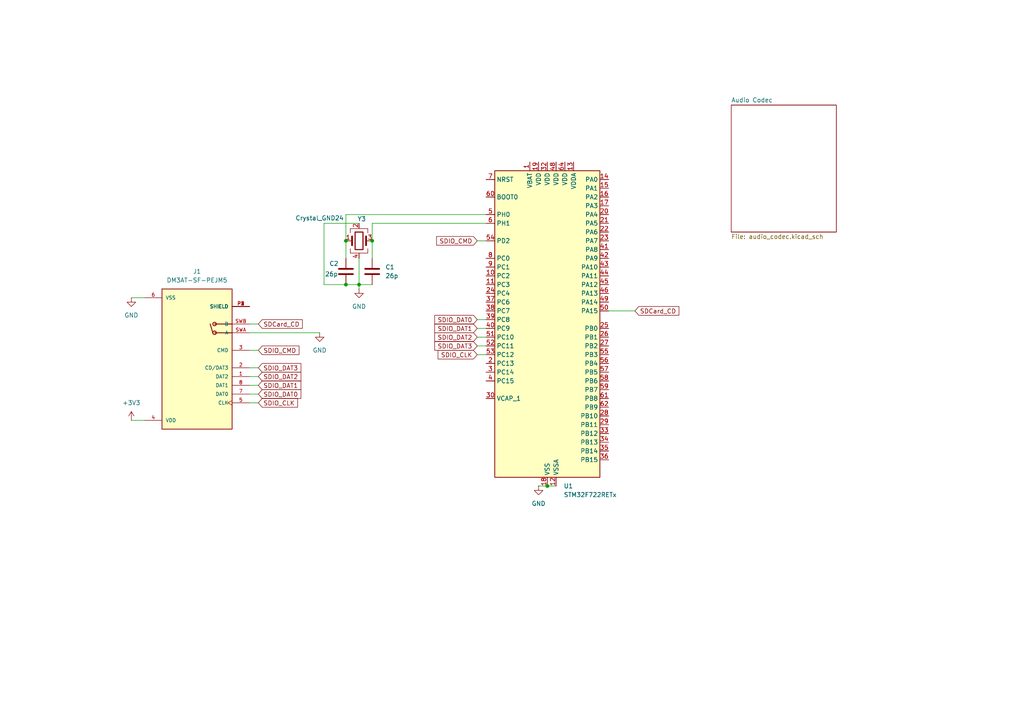
<source format=kicad_sch>
(kicad_sch (version 20231120) (generator "eeschema") (generator_version "8.0")
  (paper "A4")
  (lib_symbols
    (symbol "Device:C" (pin_numbers hide) (pin_names (offset 0.254))
      (property "Reference" "C" (at 0.635 2.54 0))
      (property "Value" "C" (at 0.635 -2.54 0))
      (symbol "C_0_1"
        (polyline (pts (xy -2.032 -0.762) (xy 2.032 -0.762)) (stroke (width 0.508)))
        (polyline (pts (xy -2.032 0.762) (xy 2.032 0.762)) (stroke (width 0.508)))
      )
      (symbol "C_1_1"
        (pin passive line (at 0 3.81 270) (length 2.794) (name "~") (number "1"))
        (pin passive line (at 0 -3.81 90) (length 2.794) (name "~") (number "2"))
      )
    )
    (symbol "Device:Crystal_GND24" (pin_names (offset 1.016) hide)
      (property "Reference" "Y" (at 3.175 5.08 0))
      (property "Value" "Crystal_GND24" (at 3.175 3.175 0))
      (symbol "Crystal_GND24_0_1"
        (rectangle (start -1.143 2.54) (end 1.143 -2.54) (stroke (width 0.3048)))
        (polyline (pts (xy -2.54 0) (xy -2.032 0)))
        (polyline (pts (xy -2.032 -1.27) (xy -2.032 1.27)) (stroke (width 0.508)))
        (polyline (pts (xy 0 -3.81) (xy 0 -3.556)))
        (polyline (pts (xy 0 3.556) (xy 0 3.81)))
        (polyline (pts (xy 2.032 -1.27) (xy 2.032 1.27)) (stroke (width 0.508)))
        (polyline (pts (xy 2.032 0) (xy 2.54 0)))
        (polyline (pts (xy -2.54 -2.286) (xy -2.54 -3.556) (xy 2.54 -3.556) (xy 2.54 -2.286)))
        (polyline (pts (xy -2.54 2.286) (xy -2.54 3.556) (xy 2.54 3.556) (xy 2.54 2.286)))
      )
      (symbol "Crystal_GND24_1_1"
        (pin passive line (at -3.81 0 0) (length 1.27) (name "1") (number "1"))
        (pin passive line (at 0 5.08 270) (length 1.27) (name "2") (number "2"))
        (pin passive line (at 3.81 0 180) (length 1.27) (name "3") (number "3"))
        (pin passive line (at 0 -5.08 90) (length 1.27) (name "4") (number "4"))
      )
    )
    (symbol "MCU_ST_STM32F7:STM32F722RETx"
      (property "Reference" "U" (at -15.24 46.99 0))
      (property "Value" "STM32F722RETx" (at 10.16 46.99 0))
      (symbol "STM32F722RETx_0_1"
        (rectangle (start -15.24 -43.18) (end 15.24 45.72) (stroke (width 0.254)) (fill (type background)))
      )
      (symbol "STM32F722RETx_1_1"
        (pin power_in line (at -5.08 48.26 270) (length 2.54) (name "VBAT") (number "1"))
        (pin bidirectional line (at -17.78 15.24 0) (length 2.54) (name "PC2") (number "10"))
        (pin bidirectional line (at -17.78 12.7 0) (length 2.54) (name "PC3") (number "11"))
        (pin power_in line (at 2.54 -45.72 90) (length 2.54) (name "VSSA") (number "12"))
        (pin power_in line (at 7.62 48.26 270) (length 2.54) (name "VDDA") (number "13"))
        (pin bidirectional line (at 17.78 43.18 180) (length 2.54) (name "PA0") (number "14"))
        (pin bidirectional line (at 17.78 40.64 180) (length 2.54) (name "PA1") (number "15"))
        (pin bidirectional line (at 17.78 38.1 180) (length 2.54) (name "PA2") (number "16"))
        (pin bidirectional line (at 17.78 35.56 180) (length 2.54) (name "PA3") (number "17"))
        (pin power_in line (at 0 -45.72 90) (length 2.54) (name "VSS") (number "18"))
        (pin power_in line (at -2.54 48.26 270) (length 2.54) (name "VDD") (number "19"))
        (pin bidirectional line (at -17.78 -10.16 0) (length 2.54) (name "PC13") (number "2"))
        (pin bidirectional line (at 17.78 33.02 180) (length 2.54) (name "PA4") (number "20"))
        (pin bidirectional line (at 17.78 30.48 180) (length 2.54) (name "PA5") (number "21"))
        (pin bidirectional line (at 17.78 27.94 180) (length 2.54) (name "PA6") (number "22"))
        (pin bidirectional line (at 17.78 25.4 180) (length 2.54) (name "PA7") (number "23"))
        (pin bidirectional line (at -17.78 10.16 0) (length 2.54) (name "PC4") (number "24"))
        (pin bidirectional line (at 17.78 0 180) (length 2.54) (name "PB0") (number "25"))
        (pin bidirectional line (at 17.78 -2.54 180) (length 2.54) (name "PB1") (number "26"))
        (pin bidirectional line (at 17.78 -5.08 180) (length 2.54) (name "PB2") (number "27"))
        (pin bidirectional line (at 17.78 -25.4 180) (length 2.54) (name "PB10") (number "28"))
        (pin bidirectional line (at 17.78 -27.94 180) (length 2.54) (name "PB11") (number "29"))
        (pin bidirectional line (at -17.78 -12.7 0) (length 2.54) (name "PC14") (number "3"))
        (pin power_out line (at -17.78 -20.32 0) (length 2.54) (name "VCAP_1") (number "30"))
        (pin passive line (at 0 -45.72 90) (length 2.54) hide (name "VSS") (number "31"))
        (pin power_in line (at 0 48.26 270) (length 2.54) (name "VDD") (number "32"))
        (pin bidirectional line (at 17.78 -30.48 180) (length 2.54) (name "PB12") (number "33"))
        (pin bidirectional line (at 17.78 -33.02 180) (length 2.54) (name "PB13") (number "34"))
        (pin bidirectional line (at 17.78 -35.56 180) (length 2.54) (name "PB14") (number "35"))
        (pin bidirectional line (at 17.78 -38.1 180) (length 2.54) (name "PB15") (number "36"))
        (pin bidirectional line (at -17.78 7.62 0) (length 2.54) (name "PC6") (number "37"))
        (pin bidirectional line (at -17.78 5.08 0) (length 2.54) (name "PC7") (number "38"))
        (pin bidirectional line (at -17.78 2.54 0) (length 2.54) (name "PC8") (number "39"))
        (pin bidirectional line (at -17.78 -15.24 0) (length 2.54) (name "PC15") (number "4"))
        (pin bidirectional line (at -17.78 0 0) (length 2.54) (name "PC9") (number "40"))
        (pin bidirectional line (at 17.78 22.86 180) (length 2.54) (name "PA8") (number "41"))
        (pin bidirectional line (at 17.78 20.32 180) (length 2.54) (name "PA9") (number "42"))
        (pin bidirectional line (at 17.78 17.78 180) (length 2.54) (name "PA10") (number "43"))
        (pin bidirectional line (at 17.78 15.24 180) (length 2.54) (name "PA11") (number "44"))
        (pin bidirectional line (at 17.78 12.7 180) (length 2.54) (name "PA12") (number "45"))
        (pin bidirectional line (at 17.78 10.16 180) (length 2.54) (name "PA13") (number "46"))
        (pin passive line (at 0 -45.72 90) (length 2.54) hide (name "VSS") (number "47"))
        (pin power_in line (at 2.54 48.26 270) (length 2.54) (name "VDD") (number "48"))
        (pin bidirectional line (at 17.78 7.62 180) (length 2.54) (name "PA14") (number "49"))
        (pin bidirectional line (at -17.78 33.02 0) (length 2.54) (name "PH0") (number "5"))
        (pin bidirectional line (at 17.78 5.08 180) (length 2.54) (name "PA15") (number "50"))
        (pin bidirectional line (at -17.78 -2.54 0) (length 2.54) (name "PC10") (number "51"))
        (pin bidirectional line (at -17.78 -5.08 0) (length 2.54) (name "PC11") (number "52"))
        (pin bidirectional line (at -17.78 -7.62 0) (length 2.54) (name "PC12") (number "53"))
        (pin bidirectional line (at -17.78 25.4 0) (length 2.54) (name "PD2") (number "54"))
        (pin bidirectional line (at 17.78 -7.62 180) (length 2.54) (name "PB3") (number "55"))
        (pin bidirectional line (at 17.78 -10.16 180) (length 2.54) (name "PB4") (number "56"))
        (pin bidirectional line (at 17.78 -12.7 180) (length 2.54) (name "PB5") (number "57"))
        (pin bidirectional line (at 17.78 -15.24 180) (length 2.54) (name "PB6") (number "58"))
        (pin bidirectional line (at 17.78 -17.78 180) (length 2.54) (name "PB7") (number "59"))
        (pin bidirectional line (at -17.78 30.48 0) (length 2.54) (name "PH1") (number "6"))
        (pin input line (at -17.78 38.1 0) (length 2.54) (name "BOOT0") (number "60"))
        (pin bidirectional line (at 17.78 -20.32 180) (length 2.54) (name "PB8") (number "61"))
        (pin bidirectional line (at 17.78 -22.86 180) (length 2.54) (name "PB9") (number "62"))
        (pin passive line (at 0 -45.72 90) (length 2.54) hide (name "VSS") (number "63"))
        (pin power_in line (at 5.08 48.26 270) (length 2.54) (name "VDD") (number "64"))
        (pin input line (at -17.78 43.18 0) (length 2.54) (name "NRST") (number "7"))
        (pin bidirectional line (at -17.78 20.32 0) (length 2.54) (name "PC0") (number "8"))
        (pin bidirectional line (at -17.78 17.78 0) (length 2.54) (name "PC1") (number "9"))
      )
    )
    (symbol "SD Card Connector:DM3AT-SF-PEJM5" (pin_names (offset 1.016))
      (property "Reference" "J" (at -10.16 20.828 0))
      (property "Value" "DM3AT-SF-PEJM5" (at -10.16 -22.86 0))
      (symbol "DM3AT-SF-PEJM5_0_0"
        (rectangle (start -10.16 -20.32) (end 10.16 20.32) (stroke (width 0.254)) (fill (type background)))
        (circle (center -5.08 -10.16) (radius 0.508) (stroke (width 0.254)))
        (circle (center -5.08 -7.62) (radius 0.508) (stroke (width 0.254)))
        (polyline (pts (xy -10.16 -10.16) (xy -5.08 -10.16)) (stroke (width 0.254)))
        (polyline (pts (xy -10.16 -7.62) (xy -5.08 -7.62)) (stroke (width 0.254)))
        (polyline (pts (xy -4.572 -7.62) (xy -3.81 -10.16)) (stroke (width 0.254)))
        (pin bidirectional line (at -15.24 5.08 0) (length 5.08) (name "DAT2") (number "1"))
        (pin bidirectional line (at -15.24 2.54 0) (length 5.08) (name "CD/DAT3") (number "2"))
        (pin bidirectional line (at -15.24 -2.54 0) (length 5.08) (name "CMD") (number "3"))
        (pin power_in line (at 15.24 17.78 180) (length 5.08) (name "VDD") (number "4"))
        (pin bidirectional clock (at -15.24 12.7 0) (length 5.08) (name "CLK") (number "5"))
        (pin power_in line (at 15.24 -17.78 180) (length 5.08) (name "VSS") (number "6"))
        (pin bidirectional line (at -15.24 10.16 0) (length 5.08) (name "DAT0") (number "7"))
        (pin bidirectional line (at -15.24 7.62 0) (length 5.08) (name "DAT1") (number "8"))
        (pin passive line (at -15.24 -15.24 0) (length 5.08) (name "SHIELD") (number "P1"))
        (pin passive line (at -15.24 -15.24 0) (length 5.08) (name "SHIELD") (number "P2"))
        (pin passive line (at -15.24 -15.24 0) (length 5.08) (name "SHIELD") (number "P3"))
        (pin passive line (at -15.24 -15.24 0) (length 5.08) (name "SHIELD") (number "P4"))
        (pin bidirectional line (at -15.24 -7.62 0) (length 5.08) (name "A") (number "SWA"))
        (pin bidirectional line (at -15.24 -10.16 0) (length 5.08) (name "B") (number "SWB"))
      )
    )
    (symbol "power:+3V3" (power) (pin_numbers hide) (pin_names (offset 0) hide)
      (property "Value" "+3V3" (at 0 3.556 0))
      (symbol "+3V3_0_1"
        (polyline (pts (xy -0.762 1.27) (xy 0 2.54)))
        (polyline (pts (xy 0 0) (xy 0 2.54)))
        (polyline (pts (xy 0 2.54) (xy 0.762 1.27)))
      )
      (symbol "+3V3_1_1"
        (pin power_in line (at 0 0 90) (length 0) (name "~") (number "1"))
      )
    )
    (symbol "power:GND" (power) (pin_numbers hide) (pin_names (offset 0) hide)
      (property "Value" "GND" (at 0 -3.81 0))
      (symbol "GND_0_1"
        (polyline (pts (xy 0 0) (xy 0 -1.27) (xy 1.27 -1.27) (xy 0 -2.54) (xy -1.27 -1.27) (xy 0 -1.27)))
      )
      (symbol "GND_1_1"
        (pin power_in line (at 0 0 270) (length 0) (name "~") (number "1"))
      )
    )
  )
  (junction (at 107.95 69.85))
  (junction (at 158.75 140.97))
  (junction (at 100.33 69.85))
  (junction (at 100.33 82.55))
  (junction (at 104.14 82.55))
  (wire (pts (xy 72.39 96.52) (xy 92.71 96.52)))
  (wire (pts (xy 138.43 92.71) (xy 140.97 92.71)))
  (wire (pts (xy 100.33 74.93) (xy 100.33 69.85)))
  (wire (pts (xy 72.39 106.68) (xy 74.93 106.68)))
  (wire (pts (xy 138.43 97.79) (xy 140.97 97.79)))
  (wire (pts (xy 107.95 64.77) (xy 140.97 64.77)))
  (wire (pts (xy 104.14 83.82) (xy 104.14 82.55)))
  (wire (pts (xy 72.39 111.76) (xy 74.93 111.76)))
  (wire (pts (xy 138.43 100.33) (xy 140.97 100.33)))
  (wire (pts (xy 72.39 93.98) (xy 74.93 93.98)))
  (wire (pts (xy 38.1 121.92) (xy 41.91 121.92)))
  (wire (pts (xy 72.39 116.84) (xy 74.93 116.84)))
  (wire (pts (xy 72.39 114.3) (xy 74.93 114.3)))
  (wire (pts (xy 156.21 140.97) (xy 158.75 140.97)))
  (wire (pts (xy 104.14 82.55) (xy 107.95 82.55)))
  (wire (pts (xy 100.33 62.23) (xy 140.97 62.23)))
  (wire (pts (xy 93.98 82.55) (xy 100.33 82.55)))
  (wire (pts (xy 107.95 74.93) (xy 107.95 69.85)))
  (wire (pts (xy 38.1 86.36) (xy 41.91 86.36)))
  (wire (pts (xy 100.33 82.55) (xy 104.14 82.55)))
  (wire (pts (xy 93.98 64.77) (xy 93.98 82.55)))
  (wire (pts (xy 104.14 64.77) (xy 93.98 64.77)))
  (wire (pts (xy 158.75 140.97) (xy 161.29 140.97)))
  (wire (pts (xy 138.43 102.87) (xy 140.97 102.87)))
  (wire (pts (xy 100.33 62.23) (xy 100.33 69.85)))
  (wire (pts (xy 72.39 109.22) (xy 74.93 109.22)))
  (wire (pts (xy 138.43 69.85) (xy 140.97 69.85)))
  (wire (pts (xy 72.39 101.6) (xy 74.93 101.6)))
  (wire (pts (xy 104.14 74.93) (xy 104.14 82.55)))
  (wire (pts (xy 138.43 95.25) (xy 140.97 95.25)))
  (wire (pts (xy 107.95 64.77) (xy 107.95 69.85)))
  (wire (pts (xy 176.53 90.17) (xy 184.15 90.17)))
  (global_label "SDIO_DAT0" (shape input) (at 138.43 92.71 180) (property "Intersheetrefs" "${INTERSHEET_REFS}" (effects (hide yes))))
  (global_label "SDIO_DAT2" (shape input) (at 138.43 97.79 180) (property "Intersheetrefs" "${INTERSHEET_REFS}" (effects (hide yes))))
  (global_label "SDCard_CD" (shape input) (at 74.93 93.98 0) (property "Intersheetrefs" "${INTERSHEET_REFS}" (effects (hide yes))))
  (global_label "SDIO_CLK" (shape input) (at 138.43 102.87 180) (property "Intersheetrefs" "${INTERSHEET_REFS}" (effects (hide yes))))
  (global_label "SDIO_DAT2" (shape input) (at 74.93 109.22 0) (property "Intersheetrefs" "${INTERSHEET_REFS}" (effects (hide yes))))
  (global_label "SDCard_CD" (shape input) (at 184.15 90.17 0) (property "Intersheetrefs" "${INTERSHEET_REFS}" (effects (hide yes))))
  (global_label "SDIO_CMD" (shape input) (at 138.43 69.85 180) (property "Intersheetrefs" "${INTERSHEET_REFS}" (effects (hide yes))))
  (global_label "SDIO_DAT1" (shape input) (at 138.43 95.25 180) (property "Intersheetrefs" "${INTERSHEET_REFS}" (effects (hide yes))))
  (global_label "SDIO_CMD" (shape input) (at 74.93 101.6 0) (property "Intersheetrefs" "${INTERSHEET_REFS}" (effects (hide yes))))
  (global_label "SDIO_DAT3" (shape input) (at 138.43 100.33 180) (property "Intersheetrefs" "${INTERSHEET_REFS}" (effects (hide yes))))
  (global_label "SDIO_CLK" (shape input) (at 74.93 116.84 0) (property "Intersheetrefs" "${INTERSHEET_REFS}" (effects (hide yes))))
  (global_label "SDIO_DAT0" (shape input) (at 74.93 114.3 0) (property "Intersheetrefs" "${INTERSHEET_REFS}" (effects (hide yes))))
  (global_label "SDIO_DAT1" (shape input) (at 74.93 111.76 0) (property "Intersheetrefs" "${INTERSHEET_REFS}" (effects (hide yes))))
  (global_label "SDIO_DAT3" (shape input) (at 74.93 106.68 0) (property "Intersheetrefs" "${INTERSHEET_REFS}" (effects (hide yes))))
  (symbol (lib_id "power:GND") (at 38.1 86.36 0) (unit 1)
    (property "Reference" "#PWR013" (effects (hide yes)))
    (property "Value" "GND" (at 38.1 91.44 0))
    (property "Description" "Power symbol creates a global label with name \"GND\" , ground" (effects (hide yes)))
  )
  (symbol (lib_id "MCU_ST_STM32F7:STM32F722RETx") (at 158.75 95.25 0) (unit 1)
    (property "Reference" "U1" (at 163.4841 140.97 0) (effects (justify left)))
    (property "Value" "STM32F722RETx" (at 163.4841 143.51 0) (effects (justify left)))
    (property "Footprint" "Package_QFP:LQFP-64_10x10mm_P0.5mm" (effects (hide yes)))
    (property "Datasheet" "https://www.st.com/resource/en/datasheet/stm32f722re.pdf" (effects (hide yes)))
    (property "Description" "STMicroelectronics Arm Cortex-M7 MCU, 512KB flash, 256KB RAM, 216 MHz, 1.7-3.6V, 50 GPIO, LQFP64" (effects (hide yes)))
  )
  (symbol (lib_id "Device:C") (at 107.95 78.74 0) (unit 1)
    (property "Reference" "C1" (at 111.76 77.4699 0) (effects (justify left)))
    (property "Value" "26p" (at 111.76 80.0099 0) (effects (justify left)))
    (property "Description" "Unpolarized capacitor" (effects (hide yes)))
  )
  (symbol (lib_id "Device:C") (at 100.33 78.74 0) (unit 1)
    (property "Reference" "C2" (at 95.504 76.454 0) (effects (justify left)))
    (property "Value" "26p" (at 94.234 79.502 0) (effects (justify left)))
    (property "Description" "Unpolarized capacitor" (effects (hide yes)))
  )
  (symbol (lib_id "Device:Crystal_GND24") (at 104.14 69.85 0) (unit 1)
    (property "Reference" "Y3" (at 104.902 63.5 0))
    (property "Value" "Crystal_GND24" (at 92.71 63.246 0))
    (property "Description" "Four pin crystal, GND on pins 2 and 4" (effects (hide yes)))
  )
  (symbol (lib_id "power:GND") (at 156.21 140.97 0) (unit 1)
    (property "Reference" "#PWR01" (effects (hide yes)))
    (property "Value" "GND" (at 156.21 146.05 0))
    (property "Description" "Power symbol creates a global label with name \"GND\" , ground" (effects (hide yes)))
  )
  (symbol (lib_id "power:+3V3") (at 38.1 121.92 0) (unit 1)
    (property "Reference" "#PWR012" (effects (hide yes)))
    (property "Value" "+3V3" (at 38.1 116.84 0))
    (property "Description" "Power symbol creates a global label with name \"+3V3\"" (effects (hide yes)))
  )
  (symbol (lib_id "SD Card Connector:DM3AT-SF-PEJM5") (at 57.15 104.14 180) (unit 1)
    (property "Reference" "J1" (at 57.15 78.74 0))
    (property "Value" "DM3AT-SF-PEJM5" (at 57.15 81.28 0))
    (property "Footprint" "DM3AT-SF-PEJM5:HRS_DM3AT-SF-PEJM5" (effects (hide yes)))
    (property "MF" "Hirose" (effects (hide yes)))
    (property "MAXIMUM_PACKAGE_HEIGHT" "1.83 mm" (effects (hide yes)))
    (property "Package" "None" (effects (hide yes)))
    (property "Price" "None" (effects (hide yes)))
    (property "Check_prices" "https://www.snapeda.com/parts/DM3AT-SF-PEJM5/Hirose+Electric+Co+Ltd/view-part/?ref=eda" (effects (hide yes)))
    (property "STANDARD" "Manufacturer Recommendations" (effects (hide yes)))
    (property "PARTREV" "20200913" (effects (hide yes)))
    (property "SnapEDA_Link" "https://www.snapeda.com/parts/DM3AT-SF-PEJM5/Hirose+Electric+Co+Ltd/view-part/?ref=snap" (effects (hide yes)))
    (property "MP" "DM3AT-SF-PEJM5" (effects (hide yes)))
    (property "Purchase-URL" "https://www.snapeda.com/api/url_track_click_mouser/?unipart_id=1223877&manufacturer=Hirose&part_name=DM3AT-SF-PEJM5&search_term=None" (effects (hide yes)))
    (property "Description_1" "\n10 (8 + 2) Position Card Connector Secure Digital - microSD™ Surface Mount, Right Angle Gold\n" (effects (hide yes)))
    (property "Availability" "In Stock" (effects (hide yes)))
    (property "MANUFACTURER" "Hirose Electric Co Ltd" (effects (hide yes)))
  )
  (symbol (lib_id "power:GND") (at 104.14 83.82 0) (unit 1)
    (property "Reference" "#PWR02" (effects (hide yes)))
    (property "Value" "GND" (at 104.14 88.9 0))
    (property "Description" "Power symbol creates a global label with name \"GND\" , ground" (effects (hide yes)))
  )
  (symbol (lib_id "power:GND") (at 92.71 96.52 0) (unit 1)
    (property "Reference" "#PWR03" (effects (hide yes)))
    (property "Value" "GND" (at 92.71 101.6 0))
    (property "Description" "Power symbol creates a global label with name \"GND\" , ground" (effects (hide yes)))
  )
  (sheet (at 212.09 30.48) (size 30.48 36.83) (stroke (width 0.1524))
    (property "Sheetname" "Audio Codec" (at 212.09 29.7684 0) (effects (justify left bottom)))
    (property "Sheetfile" "audio_codec.kicad_sch" (at 212.09 67.8946 0) (effects (justify left top)))
  )
)
</source>
